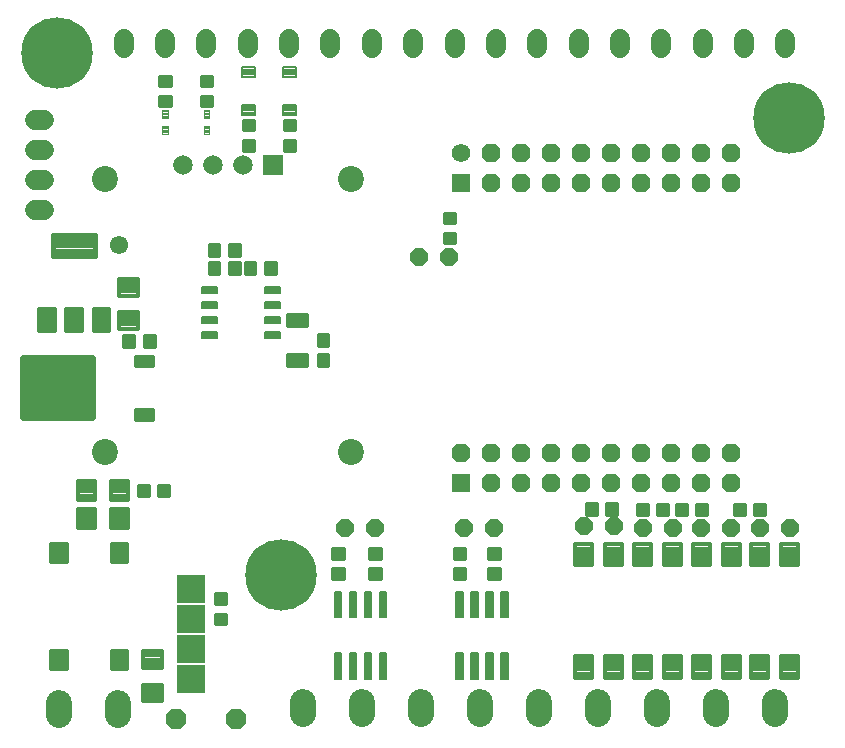
<source format=gts>
G75*
%MOIN*%
%OFA0B0*%
%FSLAX24Y24*%
%IPPOS*%
%LPD*%
%AMOC8*
5,1,8,0,0,1.08239X$1,22.5*
%
%ADD10C,0.0858*%
%ADD11C,0.2380*%
%ADD12C,0.0091*%
%ADD13C,0.0055*%
%ADD14C,0.0095*%
%ADD15C,0.0087*%
%ADD16R,0.0940X0.0940*%
%ADD17C,0.0199*%
%ADD18C,0.0139*%
%ADD19C,0.0130*%
%ADD20C,0.0173*%
%ADD21OC8,0.0616*%
%ADD22R,0.0616X0.0616*%
%ADD23C,0.0616*%
%ADD24OC8,0.0572*%
%ADD25C,0.0653*%
%ADD26C,0.0080*%
%ADD27C,0.0047*%
%ADD28R,0.0653X0.0653*%
%ADD29C,0.0653*%
%ADD30C,0.0866*%
%ADD31OC8,0.0693*%
%ADD32C,0.0660*%
%ADD33C,0.0610*%
D10*
X002307Y002921D02*
X002307Y003311D01*
X004277Y003311D02*
X004277Y002921D01*
X010431Y002947D02*
X010431Y003337D01*
X012401Y003337D02*
X012401Y002947D01*
X014371Y002947D02*
X014371Y003337D01*
X016341Y003337D02*
X016341Y002947D01*
X018311Y002947D02*
X018311Y003337D01*
X020281Y003337D02*
X020281Y002947D01*
X022251Y002947D02*
X022251Y003337D01*
X024221Y003337D02*
X024221Y002947D01*
X026191Y002947D02*
X026191Y003337D01*
D11*
X009715Y007566D03*
X026644Y022814D03*
X002235Y024979D03*
D12*
X007293Y018216D02*
X007657Y018216D01*
X007293Y018216D02*
X007293Y018592D01*
X007657Y018592D01*
X007657Y018216D01*
X007657Y018306D02*
X007293Y018306D01*
X007293Y018396D02*
X007657Y018396D01*
X007657Y018486D02*
X007293Y018486D01*
X007293Y018576D02*
X007657Y018576D01*
X007982Y018216D02*
X008346Y018216D01*
X007982Y018216D02*
X007982Y018592D01*
X008346Y018592D01*
X008346Y018216D01*
X008346Y018306D02*
X007982Y018306D01*
X007982Y018396D02*
X008346Y018396D01*
X008346Y018486D02*
X007982Y018486D01*
X007982Y018576D02*
X008346Y018576D01*
X008494Y017622D02*
X008858Y017622D01*
X008494Y017622D02*
X008494Y017998D01*
X008858Y017998D01*
X008858Y017622D01*
X008858Y017712D02*
X008494Y017712D01*
X008494Y017802D02*
X008858Y017802D01*
X008858Y017892D02*
X008494Y017892D01*
X008494Y017982D02*
X008858Y017982D01*
X009183Y017622D02*
X009547Y017622D01*
X009183Y017622D02*
X009183Y017998D01*
X009547Y017998D01*
X009547Y017622D01*
X009547Y017712D02*
X009183Y017712D01*
X009183Y017802D02*
X009547Y017802D01*
X009547Y017892D02*
X009183Y017892D01*
X009183Y017982D02*
X009547Y017982D01*
X005498Y015183D02*
X005134Y015183D01*
X005134Y015559D01*
X005498Y015559D01*
X005498Y015183D01*
X005498Y015273D02*
X005134Y015273D01*
X005134Y015363D02*
X005498Y015363D01*
X005498Y015453D02*
X005134Y015453D01*
X005134Y015543D02*
X005498Y015543D01*
X004809Y015183D02*
X004445Y015183D01*
X004445Y015559D01*
X004809Y015559D01*
X004809Y015183D01*
X004809Y015273D02*
X004445Y015273D01*
X004445Y015363D02*
X004809Y015363D01*
X004809Y015453D02*
X004445Y015453D01*
X004445Y015543D02*
X004809Y015543D01*
X004937Y010212D02*
X005301Y010212D01*
X004937Y010212D02*
X004937Y010588D01*
X005301Y010588D01*
X005301Y010212D01*
X005301Y010302D02*
X004937Y010302D01*
X004937Y010392D02*
X005301Y010392D01*
X005301Y010482D02*
X004937Y010482D01*
X004937Y010572D02*
X005301Y010572D01*
X005626Y010212D02*
X005990Y010212D01*
X005626Y010212D02*
X005626Y010588D01*
X005990Y010588D01*
X005990Y010212D01*
X005990Y010302D02*
X005626Y010302D01*
X005626Y010392D02*
X005990Y010392D01*
X005990Y010482D02*
X005626Y010482D01*
X005626Y010572D02*
X005990Y010572D01*
D13*
X007580Y015468D02*
X007580Y015690D01*
X007580Y015468D02*
X007082Y015468D01*
X007082Y015690D01*
X007580Y015690D01*
X007580Y015522D02*
X007082Y015522D01*
X007082Y015576D02*
X007580Y015576D01*
X007580Y015630D02*
X007082Y015630D01*
X007082Y015684D02*
X007580Y015684D01*
X007580Y015968D02*
X007580Y016190D01*
X007580Y015968D02*
X007082Y015968D01*
X007082Y016190D01*
X007580Y016190D01*
X007580Y016022D02*
X007082Y016022D01*
X007082Y016076D02*
X007580Y016076D01*
X007580Y016130D02*
X007082Y016130D01*
X007082Y016184D02*
X007580Y016184D01*
X007580Y016468D02*
X007580Y016690D01*
X007580Y016468D02*
X007082Y016468D01*
X007082Y016690D01*
X007580Y016690D01*
X007580Y016522D02*
X007082Y016522D01*
X007082Y016576D02*
X007580Y016576D01*
X007580Y016630D02*
X007082Y016630D01*
X007082Y016684D02*
X007580Y016684D01*
X007580Y016968D02*
X007580Y017190D01*
X007580Y016968D02*
X007082Y016968D01*
X007082Y017190D01*
X007580Y017190D01*
X007580Y017022D02*
X007082Y017022D01*
X007082Y017076D02*
X007580Y017076D01*
X007580Y017130D02*
X007082Y017130D01*
X007082Y017184D02*
X007580Y017184D01*
X009667Y017190D02*
X009667Y016968D01*
X009169Y016968D01*
X009169Y017190D01*
X009667Y017190D01*
X009667Y017022D02*
X009169Y017022D01*
X009169Y017076D02*
X009667Y017076D01*
X009667Y017130D02*
X009169Y017130D01*
X009169Y017184D02*
X009667Y017184D01*
X009667Y016690D02*
X009667Y016468D01*
X009169Y016468D01*
X009169Y016690D01*
X009667Y016690D01*
X009667Y016522D02*
X009169Y016522D01*
X009169Y016576D02*
X009667Y016576D01*
X009667Y016630D02*
X009169Y016630D01*
X009169Y016684D02*
X009667Y016684D01*
X009667Y016190D02*
X009667Y015968D01*
X009169Y015968D01*
X009169Y016190D01*
X009667Y016190D01*
X009667Y016022D02*
X009169Y016022D01*
X009169Y016076D02*
X009667Y016076D01*
X009667Y016130D02*
X009169Y016130D01*
X009169Y016184D02*
X009667Y016184D01*
X009667Y015690D02*
X009667Y015468D01*
X009169Y015468D01*
X009169Y015690D01*
X009667Y015690D01*
X009667Y015522D02*
X009169Y015522D01*
X009169Y015576D02*
X009667Y015576D01*
X009667Y015630D02*
X009169Y015630D01*
X009169Y015684D02*
X009667Y015684D01*
X011499Y007014D02*
X011721Y007014D01*
X011721Y006162D01*
X011499Y006162D01*
X011499Y007014D01*
X011499Y006216D02*
X011721Y006216D01*
X011721Y006270D02*
X011499Y006270D01*
X011499Y006324D02*
X011721Y006324D01*
X011721Y006378D02*
X011499Y006378D01*
X011499Y006432D02*
X011721Y006432D01*
X011721Y006486D02*
X011499Y006486D01*
X011499Y006540D02*
X011721Y006540D01*
X011721Y006594D02*
X011499Y006594D01*
X011499Y006648D02*
X011721Y006648D01*
X011721Y006702D02*
X011499Y006702D01*
X011499Y006756D02*
X011721Y006756D01*
X011721Y006810D02*
X011499Y006810D01*
X011499Y006864D02*
X011721Y006864D01*
X011721Y006918D02*
X011499Y006918D01*
X011499Y006972D02*
X011721Y006972D01*
X011999Y007014D02*
X012221Y007014D01*
X012221Y006162D01*
X011999Y006162D01*
X011999Y007014D01*
X011999Y006216D02*
X012221Y006216D01*
X012221Y006270D02*
X011999Y006270D01*
X011999Y006324D02*
X012221Y006324D01*
X012221Y006378D02*
X011999Y006378D01*
X011999Y006432D02*
X012221Y006432D01*
X012221Y006486D02*
X011999Y006486D01*
X011999Y006540D02*
X012221Y006540D01*
X012221Y006594D02*
X011999Y006594D01*
X011999Y006648D02*
X012221Y006648D01*
X012221Y006702D02*
X011999Y006702D01*
X011999Y006756D02*
X012221Y006756D01*
X012221Y006810D02*
X011999Y006810D01*
X011999Y006864D02*
X012221Y006864D01*
X012221Y006918D02*
X011999Y006918D01*
X011999Y006972D02*
X012221Y006972D01*
X012499Y007014D02*
X012721Y007014D01*
X012721Y006162D01*
X012499Y006162D01*
X012499Y007014D01*
X012499Y006216D02*
X012721Y006216D01*
X012721Y006270D02*
X012499Y006270D01*
X012499Y006324D02*
X012721Y006324D01*
X012721Y006378D02*
X012499Y006378D01*
X012499Y006432D02*
X012721Y006432D01*
X012721Y006486D02*
X012499Y006486D01*
X012499Y006540D02*
X012721Y006540D01*
X012721Y006594D02*
X012499Y006594D01*
X012499Y006648D02*
X012721Y006648D01*
X012721Y006702D02*
X012499Y006702D01*
X012499Y006756D02*
X012721Y006756D01*
X012721Y006810D02*
X012499Y006810D01*
X012499Y006864D02*
X012721Y006864D01*
X012721Y006918D02*
X012499Y006918D01*
X012499Y006972D02*
X012721Y006972D01*
X012999Y007014D02*
X013221Y007014D01*
X013221Y006162D01*
X012999Y006162D01*
X012999Y007014D01*
X012999Y006216D02*
X013221Y006216D01*
X013221Y006270D02*
X012999Y006270D01*
X012999Y006324D02*
X013221Y006324D01*
X013221Y006378D02*
X012999Y006378D01*
X012999Y006432D02*
X013221Y006432D01*
X013221Y006486D02*
X012999Y006486D01*
X012999Y006540D02*
X013221Y006540D01*
X013221Y006594D02*
X012999Y006594D01*
X012999Y006648D02*
X013221Y006648D01*
X013221Y006702D02*
X012999Y006702D01*
X012999Y006756D02*
X013221Y006756D01*
X013221Y006810D02*
X012999Y006810D01*
X012999Y006864D02*
X013221Y006864D01*
X013221Y006918D02*
X012999Y006918D01*
X012999Y006972D02*
X013221Y006972D01*
X015543Y007014D02*
X015765Y007014D01*
X015765Y006162D01*
X015543Y006162D01*
X015543Y007014D01*
X015543Y006216D02*
X015765Y006216D01*
X015765Y006270D02*
X015543Y006270D01*
X015543Y006324D02*
X015765Y006324D01*
X015765Y006378D02*
X015543Y006378D01*
X015543Y006432D02*
X015765Y006432D01*
X015765Y006486D02*
X015543Y006486D01*
X015543Y006540D02*
X015765Y006540D01*
X015765Y006594D02*
X015543Y006594D01*
X015543Y006648D02*
X015765Y006648D01*
X015765Y006702D02*
X015543Y006702D01*
X015543Y006756D02*
X015765Y006756D01*
X015765Y006810D02*
X015543Y006810D01*
X015543Y006864D02*
X015765Y006864D01*
X015765Y006918D02*
X015543Y006918D01*
X015543Y006972D02*
X015765Y006972D01*
X016043Y007014D02*
X016265Y007014D01*
X016265Y006162D01*
X016043Y006162D01*
X016043Y007014D01*
X016043Y006216D02*
X016265Y006216D01*
X016265Y006270D02*
X016043Y006270D01*
X016043Y006324D02*
X016265Y006324D01*
X016265Y006378D02*
X016043Y006378D01*
X016043Y006432D02*
X016265Y006432D01*
X016265Y006486D02*
X016043Y006486D01*
X016043Y006540D02*
X016265Y006540D01*
X016265Y006594D02*
X016043Y006594D01*
X016043Y006648D02*
X016265Y006648D01*
X016265Y006702D02*
X016043Y006702D01*
X016043Y006756D02*
X016265Y006756D01*
X016265Y006810D02*
X016043Y006810D01*
X016043Y006864D02*
X016265Y006864D01*
X016265Y006918D02*
X016043Y006918D01*
X016043Y006972D02*
X016265Y006972D01*
X016543Y007014D02*
X016765Y007014D01*
X016765Y006162D01*
X016543Y006162D01*
X016543Y007014D01*
X016543Y006216D02*
X016765Y006216D01*
X016765Y006270D02*
X016543Y006270D01*
X016543Y006324D02*
X016765Y006324D01*
X016765Y006378D02*
X016543Y006378D01*
X016543Y006432D02*
X016765Y006432D01*
X016765Y006486D02*
X016543Y006486D01*
X016543Y006540D02*
X016765Y006540D01*
X016765Y006594D02*
X016543Y006594D01*
X016543Y006648D02*
X016765Y006648D01*
X016765Y006702D02*
X016543Y006702D01*
X016543Y006756D02*
X016765Y006756D01*
X016765Y006810D02*
X016543Y006810D01*
X016543Y006864D02*
X016765Y006864D01*
X016765Y006918D02*
X016543Y006918D01*
X016543Y006972D02*
X016765Y006972D01*
X017043Y007014D02*
X017265Y007014D01*
X017265Y006162D01*
X017043Y006162D01*
X017043Y007014D01*
X017043Y006216D02*
X017265Y006216D01*
X017265Y006270D02*
X017043Y006270D01*
X017043Y006324D02*
X017265Y006324D01*
X017265Y006378D02*
X017043Y006378D01*
X017043Y006432D02*
X017265Y006432D01*
X017265Y006486D02*
X017043Y006486D01*
X017043Y006540D02*
X017265Y006540D01*
X017265Y006594D02*
X017043Y006594D01*
X017043Y006648D02*
X017265Y006648D01*
X017265Y006702D02*
X017043Y006702D01*
X017043Y006756D02*
X017265Y006756D01*
X017265Y006810D02*
X017043Y006810D01*
X017043Y006864D02*
X017265Y006864D01*
X017265Y006918D02*
X017043Y006918D01*
X017043Y006972D02*
X017265Y006972D01*
X017265Y004967D02*
X017043Y004967D01*
X017265Y004967D02*
X017265Y004115D01*
X017043Y004115D01*
X017043Y004967D01*
X017043Y004169D02*
X017265Y004169D01*
X017265Y004223D02*
X017043Y004223D01*
X017043Y004277D02*
X017265Y004277D01*
X017265Y004331D02*
X017043Y004331D01*
X017043Y004385D02*
X017265Y004385D01*
X017265Y004439D02*
X017043Y004439D01*
X017043Y004493D02*
X017265Y004493D01*
X017265Y004547D02*
X017043Y004547D01*
X017043Y004601D02*
X017265Y004601D01*
X017265Y004655D02*
X017043Y004655D01*
X017043Y004709D02*
X017265Y004709D01*
X017265Y004763D02*
X017043Y004763D01*
X017043Y004817D02*
X017265Y004817D01*
X017265Y004871D02*
X017043Y004871D01*
X017043Y004925D02*
X017265Y004925D01*
X016765Y004967D02*
X016543Y004967D01*
X016765Y004967D02*
X016765Y004115D01*
X016543Y004115D01*
X016543Y004967D01*
X016543Y004169D02*
X016765Y004169D01*
X016765Y004223D02*
X016543Y004223D01*
X016543Y004277D02*
X016765Y004277D01*
X016765Y004331D02*
X016543Y004331D01*
X016543Y004385D02*
X016765Y004385D01*
X016765Y004439D02*
X016543Y004439D01*
X016543Y004493D02*
X016765Y004493D01*
X016765Y004547D02*
X016543Y004547D01*
X016543Y004601D02*
X016765Y004601D01*
X016765Y004655D02*
X016543Y004655D01*
X016543Y004709D02*
X016765Y004709D01*
X016765Y004763D02*
X016543Y004763D01*
X016543Y004817D02*
X016765Y004817D01*
X016765Y004871D02*
X016543Y004871D01*
X016543Y004925D02*
X016765Y004925D01*
X016265Y004967D02*
X016043Y004967D01*
X016265Y004967D02*
X016265Y004115D01*
X016043Y004115D01*
X016043Y004967D01*
X016043Y004169D02*
X016265Y004169D01*
X016265Y004223D02*
X016043Y004223D01*
X016043Y004277D02*
X016265Y004277D01*
X016265Y004331D02*
X016043Y004331D01*
X016043Y004385D02*
X016265Y004385D01*
X016265Y004439D02*
X016043Y004439D01*
X016043Y004493D02*
X016265Y004493D01*
X016265Y004547D02*
X016043Y004547D01*
X016043Y004601D02*
X016265Y004601D01*
X016265Y004655D02*
X016043Y004655D01*
X016043Y004709D02*
X016265Y004709D01*
X016265Y004763D02*
X016043Y004763D01*
X016043Y004817D02*
X016265Y004817D01*
X016265Y004871D02*
X016043Y004871D01*
X016043Y004925D02*
X016265Y004925D01*
X015765Y004967D02*
X015543Y004967D01*
X015765Y004967D02*
X015765Y004115D01*
X015543Y004115D01*
X015543Y004967D01*
X015543Y004169D02*
X015765Y004169D01*
X015765Y004223D02*
X015543Y004223D01*
X015543Y004277D02*
X015765Y004277D01*
X015765Y004331D02*
X015543Y004331D01*
X015543Y004385D02*
X015765Y004385D01*
X015765Y004439D02*
X015543Y004439D01*
X015543Y004493D02*
X015765Y004493D01*
X015765Y004547D02*
X015543Y004547D01*
X015543Y004601D02*
X015765Y004601D01*
X015765Y004655D02*
X015543Y004655D01*
X015543Y004709D02*
X015765Y004709D01*
X015765Y004763D02*
X015543Y004763D01*
X015543Y004817D02*
X015765Y004817D01*
X015765Y004871D02*
X015543Y004871D01*
X015543Y004925D02*
X015765Y004925D01*
X013221Y004967D02*
X012999Y004967D01*
X013221Y004967D02*
X013221Y004115D01*
X012999Y004115D01*
X012999Y004967D01*
X012999Y004169D02*
X013221Y004169D01*
X013221Y004223D02*
X012999Y004223D01*
X012999Y004277D02*
X013221Y004277D01*
X013221Y004331D02*
X012999Y004331D01*
X012999Y004385D02*
X013221Y004385D01*
X013221Y004439D02*
X012999Y004439D01*
X012999Y004493D02*
X013221Y004493D01*
X013221Y004547D02*
X012999Y004547D01*
X012999Y004601D02*
X013221Y004601D01*
X013221Y004655D02*
X012999Y004655D01*
X012999Y004709D02*
X013221Y004709D01*
X013221Y004763D02*
X012999Y004763D01*
X012999Y004817D02*
X013221Y004817D01*
X013221Y004871D02*
X012999Y004871D01*
X012999Y004925D02*
X013221Y004925D01*
X012721Y004967D02*
X012499Y004967D01*
X012721Y004967D02*
X012721Y004115D01*
X012499Y004115D01*
X012499Y004967D01*
X012499Y004169D02*
X012721Y004169D01*
X012721Y004223D02*
X012499Y004223D01*
X012499Y004277D02*
X012721Y004277D01*
X012721Y004331D02*
X012499Y004331D01*
X012499Y004385D02*
X012721Y004385D01*
X012721Y004439D02*
X012499Y004439D01*
X012499Y004493D02*
X012721Y004493D01*
X012721Y004547D02*
X012499Y004547D01*
X012499Y004601D02*
X012721Y004601D01*
X012721Y004655D02*
X012499Y004655D01*
X012499Y004709D02*
X012721Y004709D01*
X012721Y004763D02*
X012499Y004763D01*
X012499Y004817D02*
X012721Y004817D01*
X012721Y004871D02*
X012499Y004871D01*
X012499Y004925D02*
X012721Y004925D01*
X012221Y004967D02*
X011999Y004967D01*
X012221Y004967D02*
X012221Y004115D01*
X011999Y004115D01*
X011999Y004967D01*
X011999Y004169D02*
X012221Y004169D01*
X012221Y004223D02*
X011999Y004223D01*
X011999Y004277D02*
X012221Y004277D01*
X012221Y004331D02*
X011999Y004331D01*
X011999Y004385D02*
X012221Y004385D01*
X012221Y004439D02*
X011999Y004439D01*
X011999Y004493D02*
X012221Y004493D01*
X012221Y004547D02*
X011999Y004547D01*
X011999Y004601D02*
X012221Y004601D01*
X012221Y004655D02*
X011999Y004655D01*
X011999Y004709D02*
X012221Y004709D01*
X012221Y004763D02*
X011999Y004763D01*
X011999Y004817D02*
X012221Y004817D01*
X012221Y004871D02*
X011999Y004871D01*
X011999Y004925D02*
X012221Y004925D01*
X011721Y004967D02*
X011499Y004967D01*
X011721Y004967D02*
X011721Y004115D01*
X011499Y004115D01*
X011499Y004967D01*
X011499Y004169D02*
X011721Y004169D01*
X011721Y004223D02*
X011499Y004223D01*
X011499Y004277D02*
X011721Y004277D01*
X011721Y004331D02*
X011499Y004331D01*
X011499Y004385D02*
X011721Y004385D01*
X011721Y004439D02*
X011499Y004439D01*
X011499Y004493D02*
X011721Y004493D01*
X011721Y004547D02*
X011499Y004547D01*
X011499Y004601D02*
X011721Y004601D01*
X011721Y004655D02*
X011499Y004655D01*
X011499Y004709D02*
X011721Y004709D01*
X011721Y004763D02*
X011499Y004763D01*
X011499Y004817D02*
X011721Y004817D01*
X011721Y004871D02*
X011499Y004871D01*
X011499Y004925D02*
X011721Y004925D01*
D14*
X009896Y014550D02*
X009896Y014932D01*
X010592Y014932D01*
X010592Y014550D01*
X009896Y014550D01*
X009896Y014644D02*
X010592Y014644D01*
X010592Y014738D02*
X009896Y014738D01*
X009896Y014832D02*
X010592Y014832D01*
X010592Y014926D02*
X009896Y014926D01*
X009895Y015889D02*
X009895Y016271D01*
X010591Y016271D01*
X010591Y015889D01*
X009895Y015889D01*
X009895Y015983D02*
X010591Y015983D01*
X010591Y016077D02*
X009895Y016077D01*
X009895Y016171D02*
X010591Y016171D01*
X010591Y016265D02*
X009895Y016265D01*
D15*
X011284Y015604D02*
X011284Y015218D01*
X010936Y015218D01*
X010936Y015604D01*
X011284Y015604D01*
X011284Y015304D02*
X010936Y015304D01*
X010936Y015390D02*
X011284Y015390D01*
X011284Y015476D02*
X010936Y015476D01*
X010936Y015562D02*
X011284Y015562D01*
X011284Y014935D02*
X011284Y014549D01*
X010936Y014549D01*
X010936Y014935D01*
X011284Y014935D01*
X011284Y014635D02*
X010936Y014635D01*
X010936Y014721D02*
X011284Y014721D01*
X011284Y014807D02*
X010936Y014807D01*
X010936Y014893D02*
X011284Y014893D01*
X008328Y018003D02*
X007980Y018003D01*
X008328Y018003D02*
X008328Y017617D01*
X007980Y017617D01*
X007980Y018003D01*
X007980Y017703D02*
X008328Y017703D01*
X008328Y017789D02*
X007980Y017789D01*
X007980Y017875D02*
X008328Y017875D01*
X008328Y017961D02*
X007980Y017961D01*
X007659Y018003D02*
X007311Y018003D01*
X007659Y018003D02*
X007659Y017617D01*
X007311Y017617D01*
X007311Y018003D01*
X007311Y017703D02*
X007659Y017703D01*
X007659Y017789D02*
X007311Y017789D01*
X007311Y017875D02*
X007659Y017875D01*
X007659Y017961D02*
X007311Y017961D01*
X005440Y014891D02*
X005440Y014543D01*
X004856Y014543D01*
X004856Y014891D01*
X005440Y014891D01*
X005440Y014629D02*
X004856Y014629D01*
X004856Y014715D02*
X005440Y014715D01*
X005440Y014801D02*
X004856Y014801D01*
X004856Y014887D02*
X005440Y014887D01*
X005440Y013096D02*
X005440Y012748D01*
X004856Y012748D01*
X004856Y013096D01*
X005440Y013096D01*
X005440Y012834D02*
X004856Y012834D01*
X004856Y012920D02*
X005440Y012920D01*
X005440Y013006D02*
X004856Y013006D01*
X004856Y013092D02*
X005440Y013092D01*
X011413Y008468D02*
X011413Y008120D01*
X011413Y008468D02*
X011799Y008468D01*
X011799Y008120D01*
X011413Y008120D01*
X011413Y008206D02*
X011799Y008206D01*
X011799Y008292D02*
X011413Y008292D01*
X011413Y008378D02*
X011799Y008378D01*
X011799Y008464D02*
X011413Y008464D01*
X011413Y007799D02*
X011413Y007451D01*
X011413Y007799D02*
X011799Y007799D01*
X011799Y007451D01*
X011413Y007451D01*
X011413Y007537D02*
X011799Y007537D01*
X011799Y007623D02*
X011413Y007623D01*
X011413Y007709D02*
X011799Y007709D01*
X011799Y007795D02*
X011413Y007795D01*
X012651Y007799D02*
X012651Y007451D01*
X012651Y007799D02*
X013037Y007799D01*
X013037Y007451D01*
X012651Y007451D01*
X012651Y007537D02*
X013037Y007537D01*
X013037Y007623D02*
X012651Y007623D01*
X012651Y007709D02*
X013037Y007709D01*
X013037Y007795D02*
X012651Y007795D01*
X012651Y008120D02*
X012651Y008468D01*
X013037Y008468D01*
X013037Y008120D01*
X012651Y008120D01*
X012651Y008206D02*
X013037Y008206D01*
X013037Y008292D02*
X012651Y008292D01*
X012651Y008378D02*
X013037Y008378D01*
X013037Y008464D02*
X012651Y008464D01*
X015462Y008468D02*
X015462Y008120D01*
X015462Y008468D02*
X015848Y008468D01*
X015848Y008120D01*
X015462Y008120D01*
X015462Y008206D02*
X015848Y008206D01*
X015848Y008292D02*
X015462Y008292D01*
X015462Y008378D02*
X015848Y008378D01*
X015848Y008464D02*
X015462Y008464D01*
X015462Y007799D02*
X015462Y007451D01*
X015462Y007799D02*
X015848Y007799D01*
X015848Y007451D01*
X015462Y007451D01*
X015462Y007537D02*
X015848Y007537D01*
X015848Y007623D02*
X015462Y007623D01*
X015462Y007709D02*
X015848Y007709D01*
X015848Y007795D02*
X015462Y007795D01*
X016618Y007799D02*
X016618Y007451D01*
X016618Y007799D02*
X017004Y007799D01*
X017004Y007451D01*
X016618Y007451D01*
X016618Y007537D02*
X017004Y007537D01*
X017004Y007623D02*
X016618Y007623D01*
X016618Y007709D02*
X017004Y007709D01*
X017004Y007795D02*
X016618Y007795D01*
X016618Y008120D02*
X016618Y008468D01*
X017004Y008468D01*
X017004Y008120D01*
X016618Y008120D01*
X016618Y008206D02*
X017004Y008206D01*
X017004Y008292D02*
X016618Y008292D01*
X016618Y008378D02*
X017004Y008378D01*
X017004Y008464D02*
X016618Y008464D01*
X019879Y009965D02*
X020227Y009965D01*
X020227Y009579D01*
X019879Y009579D01*
X019879Y009965D01*
X019879Y009665D02*
X020227Y009665D01*
X020227Y009751D02*
X019879Y009751D01*
X019879Y009837D02*
X020227Y009837D01*
X020227Y009923D02*
X019879Y009923D01*
X020548Y009965D02*
X020896Y009965D01*
X020896Y009579D01*
X020548Y009579D01*
X020548Y009965D01*
X020548Y009665D02*
X020896Y009665D01*
X020896Y009751D02*
X020548Y009751D01*
X020548Y009837D02*
X020896Y009837D01*
X020896Y009923D02*
X020548Y009923D01*
X021588Y009948D02*
X021936Y009948D01*
X021936Y009562D01*
X021588Y009562D01*
X021588Y009948D01*
X021588Y009648D02*
X021936Y009648D01*
X021936Y009734D02*
X021588Y009734D01*
X021588Y009820D02*
X021936Y009820D01*
X021936Y009906D02*
X021588Y009906D01*
X022258Y009948D02*
X022606Y009948D01*
X022606Y009562D01*
X022258Y009562D01*
X022258Y009948D01*
X022258Y009648D02*
X022606Y009648D01*
X022606Y009734D02*
X022258Y009734D01*
X022258Y009820D02*
X022606Y009820D01*
X022606Y009906D02*
X022258Y009906D01*
X022879Y009565D02*
X023227Y009565D01*
X022879Y009565D02*
X022879Y009951D01*
X023227Y009951D01*
X023227Y009565D01*
X023227Y009651D02*
X022879Y009651D01*
X022879Y009737D02*
X023227Y009737D01*
X023227Y009823D02*
X022879Y009823D01*
X022879Y009909D02*
X023227Y009909D01*
X023548Y009565D02*
X023896Y009565D01*
X023548Y009565D02*
X023548Y009951D01*
X023896Y009951D01*
X023896Y009565D01*
X023896Y009651D02*
X023548Y009651D01*
X023548Y009737D02*
X023896Y009737D01*
X023896Y009823D02*
X023548Y009823D01*
X023548Y009909D02*
X023896Y009909D01*
X024821Y009561D02*
X025169Y009561D01*
X024821Y009561D02*
X024821Y009947D01*
X025169Y009947D01*
X025169Y009561D01*
X025169Y009647D02*
X024821Y009647D01*
X024821Y009733D02*
X025169Y009733D01*
X025169Y009819D02*
X024821Y009819D01*
X024821Y009905D02*
X025169Y009905D01*
X025490Y009561D02*
X025838Y009561D01*
X025490Y009561D02*
X025490Y009947D01*
X025838Y009947D01*
X025838Y009561D01*
X025838Y009647D02*
X025490Y009647D01*
X025490Y009733D02*
X025838Y009733D01*
X025838Y009819D02*
X025490Y009819D01*
X025490Y009905D02*
X025838Y009905D01*
X015128Y018628D02*
X015128Y018976D01*
X015514Y018976D01*
X015514Y018628D01*
X015128Y018628D01*
X015128Y018714D02*
X015514Y018714D01*
X015514Y018800D02*
X015128Y018800D01*
X015128Y018886D02*
X015514Y018886D01*
X015514Y018972D02*
X015128Y018972D01*
X015128Y019297D02*
X015128Y019645D01*
X015514Y019645D01*
X015514Y019297D01*
X015128Y019297D01*
X015128Y019383D02*
X015514Y019383D01*
X015514Y019469D02*
X015128Y019469D01*
X015128Y019555D02*
X015514Y019555D01*
X015514Y019641D02*
X015128Y019641D01*
X009794Y021722D02*
X009794Y022070D01*
X010180Y022070D01*
X010180Y021722D01*
X009794Y021722D01*
X009794Y021808D02*
X010180Y021808D01*
X010180Y021894D02*
X009794Y021894D01*
X009794Y021980D02*
X010180Y021980D01*
X010180Y022066D02*
X009794Y022066D01*
X009794Y022392D02*
X009794Y022740D01*
X010180Y022740D01*
X010180Y022392D01*
X009794Y022392D01*
X009794Y022478D02*
X010180Y022478D01*
X010180Y022564D02*
X009794Y022564D01*
X009794Y022650D02*
X010180Y022650D01*
X010180Y022736D02*
X009794Y022736D01*
X008428Y022740D02*
X008428Y022392D01*
X008428Y022740D02*
X008814Y022740D01*
X008814Y022392D01*
X008428Y022392D01*
X008428Y022478D02*
X008814Y022478D01*
X008814Y022564D02*
X008428Y022564D01*
X008428Y022650D02*
X008814Y022650D01*
X008814Y022736D02*
X008428Y022736D01*
X008428Y022070D02*
X008428Y021722D01*
X008428Y022070D02*
X008814Y022070D01*
X008814Y021722D01*
X008428Y021722D01*
X008428Y021808D02*
X008814Y021808D01*
X008814Y021894D02*
X008428Y021894D01*
X008428Y021980D02*
X008814Y021980D01*
X008814Y022066D02*
X008428Y022066D01*
X007036Y023199D02*
X007036Y023547D01*
X007422Y023547D01*
X007422Y023199D01*
X007036Y023199D01*
X007036Y023285D02*
X007422Y023285D01*
X007422Y023371D02*
X007036Y023371D01*
X007036Y023457D02*
X007422Y023457D01*
X007422Y023543D02*
X007036Y023543D01*
X007036Y023868D02*
X007036Y024216D01*
X007422Y024216D01*
X007422Y023868D01*
X007036Y023868D01*
X007036Y023954D02*
X007422Y023954D01*
X007422Y024040D02*
X007036Y024040D01*
X007036Y024126D02*
X007422Y024126D01*
X007422Y024212D02*
X007036Y024212D01*
X005659Y024216D02*
X005659Y023868D01*
X005659Y024216D02*
X006045Y024216D01*
X006045Y023868D01*
X005659Y023868D01*
X005659Y023954D02*
X006045Y023954D01*
X006045Y024040D02*
X005659Y024040D01*
X005659Y024126D02*
X006045Y024126D01*
X006045Y024212D02*
X005659Y024212D01*
X005659Y023547D02*
X005659Y023199D01*
X005659Y023547D02*
X006045Y023547D01*
X006045Y023199D01*
X005659Y023199D01*
X005659Y023285D02*
X006045Y023285D01*
X006045Y023371D02*
X005659Y023371D01*
X005659Y023457D02*
X006045Y023457D01*
X006045Y023543D02*
X005659Y023543D01*
X007503Y006959D02*
X007503Y006611D01*
X007503Y006959D02*
X007889Y006959D01*
X007889Y006611D01*
X007503Y006611D01*
X007503Y006697D02*
X007889Y006697D01*
X007889Y006783D02*
X007503Y006783D01*
X007503Y006869D02*
X007889Y006869D01*
X007889Y006955D02*
X007503Y006955D01*
X007503Y006290D02*
X007503Y005942D01*
X007503Y006290D02*
X007889Y006290D01*
X007889Y005942D01*
X007503Y005942D01*
X007503Y006028D02*
X007889Y006028D01*
X007889Y006114D02*
X007503Y006114D01*
X007503Y006200D02*
X007889Y006200D01*
X007889Y006286D02*
X007503Y006286D01*
D16*
X006715Y006118D03*
X006715Y005118D03*
X006715Y004118D03*
X006715Y007118D03*
D17*
X003435Y012815D02*
X003435Y014823D01*
X003435Y012815D02*
X001113Y012815D01*
X001113Y014823D01*
X003435Y014823D01*
X003435Y013013D02*
X001113Y013013D01*
X001113Y013211D02*
X003435Y013211D01*
X003435Y013409D02*
X001113Y013409D01*
X001113Y013607D02*
X003435Y013607D01*
X003435Y013805D02*
X001113Y013805D01*
X001113Y014003D02*
X003435Y014003D01*
X003435Y014201D02*
X001113Y014201D01*
X001113Y014399D02*
X003435Y014399D01*
X003435Y014597D02*
X001113Y014597D01*
X001113Y014795D02*
X003435Y014795D01*
D18*
X004941Y015788D02*
X004941Y016342D01*
X004941Y015788D02*
X004307Y015788D01*
X004307Y016342D01*
X004941Y016342D01*
X004941Y015926D02*
X004307Y015926D01*
X004307Y016064D02*
X004941Y016064D01*
X004941Y016202D02*
X004307Y016202D01*
X004307Y016340D02*
X004941Y016340D01*
X004941Y016890D02*
X004941Y017444D01*
X004941Y016890D02*
X004307Y016890D01*
X004307Y017444D01*
X004941Y017444D01*
X004941Y017028D02*
X004307Y017028D01*
X004307Y017166D02*
X004941Y017166D01*
X004941Y017304D02*
X004307Y017304D01*
X004307Y017442D02*
X004941Y017442D01*
X004598Y010717D02*
X004044Y010717D01*
X004598Y010717D02*
X004598Y010083D01*
X004044Y010083D01*
X004044Y010717D01*
X004044Y010221D02*
X004598Y010221D01*
X004598Y010359D02*
X004044Y010359D01*
X004044Y010497D02*
X004598Y010497D01*
X004598Y010635D02*
X004044Y010635D01*
X003496Y010717D02*
X002942Y010717D01*
X003496Y010717D02*
X003496Y010083D01*
X002942Y010083D01*
X002942Y010717D01*
X002942Y010221D02*
X003496Y010221D01*
X003496Y010359D02*
X002942Y010359D01*
X002942Y010497D02*
X003496Y010497D01*
X003496Y010635D02*
X002942Y010635D01*
X002942Y009772D02*
X003496Y009772D01*
X003496Y009138D01*
X002942Y009138D01*
X002942Y009772D01*
X002942Y009276D02*
X003496Y009276D01*
X003496Y009414D02*
X002942Y009414D01*
X002942Y009552D02*
X003496Y009552D01*
X003496Y009690D02*
X002942Y009690D01*
X004044Y009772D02*
X004598Y009772D01*
X004598Y009138D01*
X004044Y009138D01*
X004044Y009772D01*
X004044Y009276D02*
X004598Y009276D01*
X004598Y009414D02*
X004044Y009414D01*
X004044Y009552D02*
X004598Y009552D01*
X004598Y009690D02*
X004044Y009690D01*
X005732Y005034D02*
X005732Y004480D01*
X005098Y004480D01*
X005098Y005034D01*
X005732Y005034D01*
X005732Y004618D02*
X005098Y004618D01*
X005098Y004756D02*
X005732Y004756D01*
X005732Y004894D02*
X005098Y004894D01*
X005098Y005032D02*
X005732Y005032D01*
X005732Y003915D02*
X005732Y003361D01*
X005098Y003361D01*
X005098Y003915D01*
X005732Y003915D01*
X005732Y003499D02*
X005098Y003499D01*
X005098Y003637D02*
X005732Y003637D01*
X005732Y003775D02*
X005098Y003775D01*
X005098Y003913D02*
X005732Y003913D01*
X019511Y004150D02*
X020065Y004150D01*
X019511Y004150D02*
X019511Y004862D01*
X020065Y004862D01*
X020065Y004150D01*
X020065Y004288D02*
X019511Y004288D01*
X019511Y004426D02*
X020065Y004426D01*
X020065Y004564D02*
X019511Y004564D01*
X019511Y004702D02*
X020065Y004702D01*
X020065Y004840D02*
X019511Y004840D01*
X020511Y004150D02*
X021065Y004150D01*
X020511Y004150D02*
X020511Y004862D01*
X021065Y004862D01*
X021065Y004150D01*
X021065Y004288D02*
X020511Y004288D01*
X020511Y004426D02*
X021065Y004426D01*
X021065Y004564D02*
X020511Y004564D01*
X020511Y004702D02*
X021065Y004702D01*
X021065Y004840D02*
X020511Y004840D01*
X021486Y004150D02*
X022040Y004150D01*
X021486Y004150D02*
X021486Y004862D01*
X022040Y004862D01*
X022040Y004150D01*
X022040Y004288D02*
X021486Y004288D01*
X021486Y004426D02*
X022040Y004426D01*
X022040Y004564D02*
X021486Y004564D01*
X021486Y004702D02*
X022040Y004702D01*
X022040Y004840D02*
X021486Y004840D01*
X022486Y004150D02*
X023040Y004150D01*
X022486Y004150D02*
X022486Y004862D01*
X023040Y004862D01*
X023040Y004150D01*
X023040Y004288D02*
X022486Y004288D01*
X022486Y004426D02*
X023040Y004426D01*
X023040Y004564D02*
X022486Y004564D01*
X022486Y004702D02*
X023040Y004702D01*
X023040Y004840D02*
X022486Y004840D01*
X023442Y004150D02*
X023996Y004150D01*
X023442Y004150D02*
X023442Y004862D01*
X023996Y004862D01*
X023996Y004150D01*
X023996Y004288D02*
X023442Y004288D01*
X023442Y004426D02*
X023996Y004426D01*
X023996Y004564D02*
X023442Y004564D01*
X023442Y004702D02*
X023996Y004702D01*
X023996Y004840D02*
X023442Y004840D01*
X024442Y004150D02*
X024996Y004150D01*
X024442Y004150D02*
X024442Y004862D01*
X024996Y004862D01*
X024996Y004150D01*
X024996Y004288D02*
X024442Y004288D01*
X024442Y004426D02*
X024996Y004426D01*
X024996Y004564D02*
X024442Y004564D01*
X024442Y004702D02*
X024996Y004702D01*
X024996Y004840D02*
X024442Y004840D01*
X025388Y004150D02*
X025942Y004150D01*
X025388Y004150D02*
X025388Y004862D01*
X025942Y004862D01*
X025942Y004150D01*
X025942Y004288D02*
X025388Y004288D01*
X025388Y004426D02*
X025942Y004426D01*
X025942Y004564D02*
X025388Y004564D01*
X025388Y004702D02*
X025942Y004702D01*
X025942Y004840D02*
X025388Y004840D01*
X026388Y004150D02*
X026942Y004150D01*
X026388Y004150D02*
X026388Y004862D01*
X026942Y004862D01*
X026942Y004150D01*
X026942Y004288D02*
X026388Y004288D01*
X026388Y004426D02*
X026942Y004426D01*
X026942Y004564D02*
X026388Y004564D01*
X026388Y004702D02*
X026942Y004702D01*
X026942Y004840D02*
X026388Y004840D01*
X026388Y008618D02*
X026942Y008618D01*
X026942Y007906D01*
X026388Y007906D01*
X026388Y008618D01*
X026388Y008044D02*
X026942Y008044D01*
X026942Y008182D02*
X026388Y008182D01*
X026388Y008320D02*
X026942Y008320D01*
X026942Y008458D02*
X026388Y008458D01*
X026388Y008596D02*
X026942Y008596D01*
X025942Y008618D02*
X025388Y008618D01*
X025942Y008618D02*
X025942Y007906D01*
X025388Y007906D01*
X025388Y008618D01*
X025388Y008044D02*
X025942Y008044D01*
X025942Y008182D02*
X025388Y008182D01*
X025388Y008320D02*
X025942Y008320D01*
X025942Y008458D02*
X025388Y008458D01*
X025388Y008596D02*
X025942Y008596D01*
X024996Y008618D02*
X024442Y008618D01*
X024996Y008618D02*
X024996Y007906D01*
X024442Y007906D01*
X024442Y008618D01*
X024442Y008044D02*
X024996Y008044D01*
X024996Y008182D02*
X024442Y008182D01*
X024442Y008320D02*
X024996Y008320D01*
X024996Y008458D02*
X024442Y008458D01*
X024442Y008596D02*
X024996Y008596D01*
X023996Y008618D02*
X023442Y008618D01*
X023996Y008618D02*
X023996Y007906D01*
X023442Y007906D01*
X023442Y008618D01*
X023442Y008044D02*
X023996Y008044D01*
X023996Y008182D02*
X023442Y008182D01*
X023442Y008320D02*
X023996Y008320D01*
X023996Y008458D02*
X023442Y008458D01*
X023442Y008596D02*
X023996Y008596D01*
X023040Y008618D02*
X022486Y008618D01*
X023040Y008618D02*
X023040Y007906D01*
X022486Y007906D01*
X022486Y008618D01*
X022486Y008044D02*
X023040Y008044D01*
X023040Y008182D02*
X022486Y008182D01*
X022486Y008320D02*
X023040Y008320D01*
X023040Y008458D02*
X022486Y008458D01*
X022486Y008596D02*
X023040Y008596D01*
X022040Y008618D02*
X021486Y008618D01*
X022040Y008618D02*
X022040Y007906D01*
X021486Y007906D01*
X021486Y008618D01*
X021486Y008044D02*
X022040Y008044D01*
X022040Y008182D02*
X021486Y008182D01*
X021486Y008320D02*
X022040Y008320D01*
X022040Y008458D02*
X021486Y008458D01*
X021486Y008596D02*
X022040Y008596D01*
X021065Y008618D02*
X020511Y008618D01*
X021065Y008618D02*
X021065Y007906D01*
X020511Y007906D01*
X020511Y008618D01*
X020511Y008044D02*
X021065Y008044D01*
X021065Y008182D02*
X020511Y008182D01*
X020511Y008320D02*
X021065Y008320D01*
X021065Y008458D02*
X020511Y008458D01*
X020511Y008596D02*
X021065Y008596D01*
X020065Y008618D02*
X019511Y008618D01*
X020065Y008618D02*
X020065Y007906D01*
X019511Y007906D01*
X019511Y008618D01*
X019511Y008044D02*
X020065Y008044D01*
X020065Y008182D02*
X019511Y008182D01*
X019511Y008320D02*
X020065Y008320D01*
X020065Y008458D02*
X019511Y008458D01*
X019511Y008596D02*
X020065Y008596D01*
D19*
X004581Y008594D02*
X004061Y008594D01*
X004581Y008594D02*
X004581Y007996D01*
X004061Y007996D01*
X004061Y008594D01*
X004061Y008125D02*
X004581Y008125D01*
X004581Y008254D02*
X004061Y008254D01*
X004061Y008383D02*
X004581Y008383D01*
X004581Y008512D02*
X004061Y008512D01*
X002574Y008594D02*
X002054Y008594D01*
X002574Y008594D02*
X002574Y007996D01*
X002054Y007996D01*
X002054Y008594D01*
X002054Y008125D02*
X002574Y008125D01*
X002574Y008254D02*
X002054Y008254D01*
X002054Y008383D02*
X002574Y008383D01*
X002574Y008512D02*
X002054Y008512D01*
X002054Y004453D02*
X002574Y004453D01*
X002054Y004453D02*
X002054Y005051D01*
X002574Y005051D01*
X002574Y004453D01*
X002574Y004582D02*
X002054Y004582D01*
X002054Y004711D02*
X002574Y004711D01*
X002574Y004840D02*
X002054Y004840D01*
X002054Y004969D02*
X002574Y004969D01*
X004061Y004453D02*
X004581Y004453D01*
X004061Y004453D02*
X004061Y005051D01*
X004581Y005051D01*
X004581Y004453D01*
X004581Y004582D02*
X004061Y004582D01*
X004061Y004711D02*
X004581Y004711D01*
X004581Y004840D02*
X004061Y004840D01*
X004061Y004969D02*
X004581Y004969D01*
X003984Y015724D02*
X003464Y015724D01*
X003464Y016440D01*
X003984Y016440D01*
X003984Y015724D01*
X003984Y015853D02*
X003464Y015853D01*
X003464Y015982D02*
X003984Y015982D01*
X003984Y016111D02*
X003464Y016111D01*
X003464Y016240D02*
X003984Y016240D01*
X003984Y016369D02*
X003464Y016369D01*
X003078Y015724D02*
X002558Y015724D01*
X002558Y016440D01*
X003078Y016440D01*
X003078Y015724D01*
X003078Y015853D02*
X002558Y015853D01*
X002558Y015982D02*
X003078Y015982D01*
X003078Y016111D02*
X002558Y016111D01*
X002558Y016240D02*
X003078Y016240D01*
X003078Y016369D02*
X002558Y016369D01*
X002173Y015724D02*
X001653Y015724D01*
X001653Y016440D01*
X002173Y016440D01*
X002173Y015724D01*
X002173Y015853D02*
X001653Y015853D01*
X001653Y015982D02*
X002173Y015982D01*
X002173Y016111D02*
X001653Y016111D01*
X001653Y016240D02*
X002173Y016240D01*
X002173Y016369D02*
X001653Y016369D01*
D20*
X002117Y018216D02*
X003519Y018216D01*
X002117Y018216D02*
X002117Y018910D01*
X003519Y018910D01*
X003519Y018216D01*
X003519Y018388D02*
X002117Y018388D01*
X002117Y018560D02*
X003519Y018560D01*
X003519Y018732D02*
X002117Y018732D01*
X002117Y018904D02*
X003519Y018904D01*
D21*
X015719Y011652D03*
X016719Y011652D03*
X016719Y010652D03*
X017719Y010652D03*
X018719Y010652D03*
X018719Y011652D03*
X017719Y011652D03*
X019719Y011652D03*
X019719Y010652D03*
X020719Y010652D03*
X020719Y011652D03*
X021719Y011652D03*
X021719Y010652D03*
X022719Y010652D03*
X023719Y010652D03*
X023719Y011652D03*
X022719Y011652D03*
X024719Y011652D03*
X024719Y010652D03*
X024719Y020652D03*
X024719Y021652D03*
X023719Y021652D03*
X023719Y020652D03*
X022719Y020652D03*
X021719Y020652D03*
X021719Y021652D03*
X022719Y021652D03*
X020719Y021652D03*
X020719Y020652D03*
X019719Y020652D03*
X019719Y021652D03*
X018719Y021652D03*
X018719Y020652D03*
X017719Y020652D03*
X016719Y020652D03*
X016719Y021652D03*
X017719Y021652D03*
D22*
X015719Y020652D03*
X015719Y010652D03*
D23*
X015719Y021652D03*
D24*
X015316Y018187D03*
X014316Y018187D03*
X012845Y009140D03*
X011845Y009140D03*
X015806Y009140D03*
X016806Y009140D03*
X019817Y009194D03*
X020817Y009194D03*
X021760Y009140D03*
X022760Y009140D03*
X023719Y009140D03*
X024719Y009140D03*
X025663Y009140D03*
X026663Y009140D03*
D25*
X026518Y025134D02*
X026518Y025430D01*
X025140Y025430D02*
X025140Y025134D01*
X023762Y025134D02*
X023762Y025430D01*
X022387Y025430D02*
X022387Y025134D01*
X021009Y025134D02*
X021009Y025430D01*
X019631Y025430D02*
X019631Y025134D01*
X018254Y025134D02*
X018254Y025430D01*
X016876Y025430D02*
X016876Y025134D01*
X015498Y025134D02*
X015498Y025430D01*
X014110Y025430D02*
X014110Y025134D01*
X012732Y025134D02*
X012732Y025430D01*
X011354Y025430D02*
X011354Y025134D01*
X009992Y025134D02*
X009992Y025430D01*
X008614Y025430D02*
X008614Y025134D01*
X007223Y025135D02*
X007223Y025431D01*
X005845Y025431D02*
X005845Y025135D01*
X004467Y025135D02*
X004467Y025431D01*
D26*
X008833Y024506D02*
X008833Y024188D01*
X008393Y024188D01*
X008393Y024506D01*
X008833Y024506D01*
X008833Y024267D02*
X008393Y024267D01*
X008393Y024346D02*
X008833Y024346D01*
X008833Y024425D02*
X008393Y024425D01*
X008393Y024504D02*
X008833Y024504D01*
X010209Y024506D02*
X010209Y024188D01*
X009769Y024188D01*
X009769Y024506D01*
X010209Y024506D01*
X010209Y024267D02*
X009769Y024267D01*
X009769Y024346D02*
X010209Y024346D01*
X010209Y024425D02*
X009769Y024425D01*
X009769Y024504D02*
X010209Y024504D01*
X009769Y023226D02*
X009769Y022908D01*
X009769Y023226D02*
X010209Y023226D01*
X010209Y022908D01*
X009769Y022908D01*
X009769Y022987D02*
X010209Y022987D01*
X010209Y023066D02*
X009769Y023066D01*
X009769Y023145D02*
X010209Y023145D01*
X010209Y023224D02*
X009769Y023224D01*
X008393Y023226D02*
X008393Y022908D01*
X008393Y023226D02*
X008833Y023226D01*
X008833Y022908D01*
X008393Y022908D01*
X008393Y022987D02*
X008833Y022987D01*
X008833Y023066D02*
X008393Y023066D01*
X008393Y023145D02*
X008833Y023145D01*
X008833Y023224D02*
X008393Y023224D01*
D27*
X007134Y023067D02*
X007134Y022797D01*
X007134Y023067D02*
X007324Y023067D01*
X007324Y022797D01*
X007134Y022797D01*
X007134Y022843D02*
X007324Y022843D01*
X007324Y022889D02*
X007134Y022889D01*
X007134Y022935D02*
X007324Y022935D01*
X007324Y022981D02*
X007134Y022981D01*
X007134Y023027D02*
X007324Y023027D01*
X007134Y022555D02*
X007134Y022285D01*
X007134Y022555D02*
X007324Y022555D01*
X007324Y022285D01*
X007134Y022285D01*
X007134Y022331D02*
X007324Y022331D01*
X007324Y022377D02*
X007134Y022377D01*
X007134Y022423D02*
X007324Y022423D01*
X007324Y022469D02*
X007134Y022469D01*
X007134Y022515D02*
X007324Y022515D01*
X005757Y022555D02*
X005757Y022285D01*
X005757Y022555D02*
X005947Y022555D01*
X005947Y022285D01*
X005757Y022285D01*
X005757Y022331D02*
X005947Y022331D01*
X005947Y022377D02*
X005757Y022377D01*
X005757Y022423D02*
X005947Y022423D01*
X005947Y022469D02*
X005757Y022469D01*
X005757Y022515D02*
X005947Y022515D01*
X005757Y022797D02*
X005757Y023067D01*
X005947Y023067D01*
X005947Y022797D01*
X005757Y022797D01*
X005757Y022843D02*
X005947Y022843D01*
X005947Y022889D02*
X005757Y022889D01*
X005757Y022935D02*
X005947Y022935D01*
X005947Y022981D02*
X005757Y022981D01*
X005757Y023027D02*
X005947Y023027D01*
D28*
X009439Y021227D03*
D29*
X008439Y021227D03*
X007439Y021227D03*
X006439Y021227D03*
D30*
X003839Y020777D03*
X012039Y020777D03*
X012039Y011677D03*
X003839Y011677D03*
D31*
X006198Y002778D03*
X008198Y002778D03*
D32*
X001810Y019739D02*
X001510Y019739D01*
X001510Y020739D02*
X001810Y020739D01*
X001810Y021739D02*
X001510Y021739D01*
X001510Y022739D02*
X001810Y022739D01*
D33*
X004307Y018565D03*
M02*

</source>
